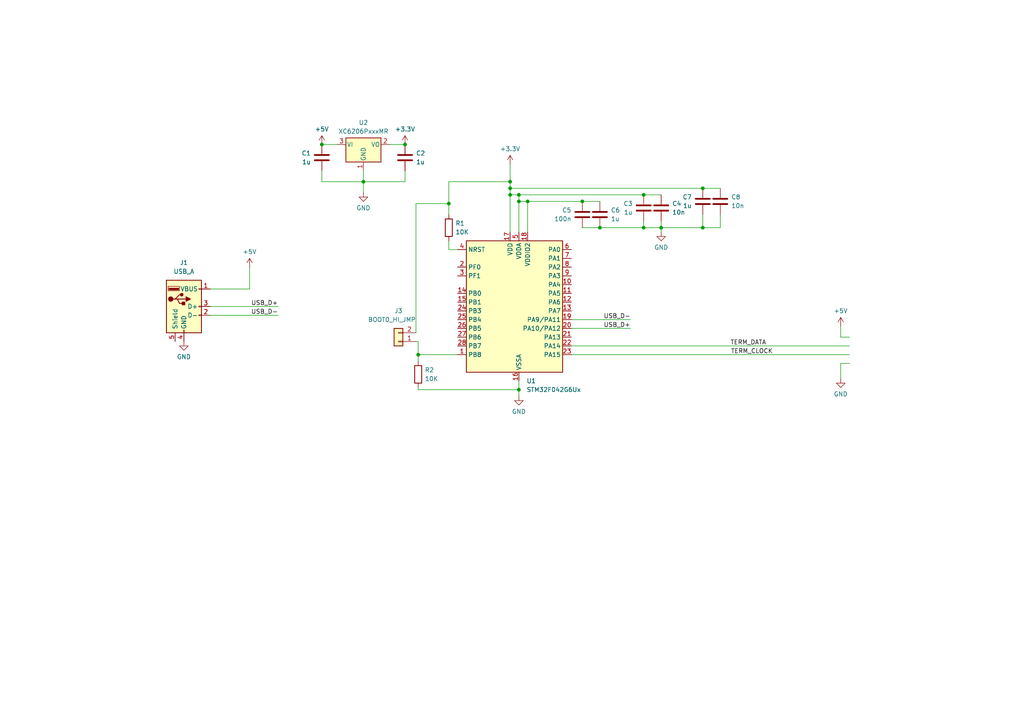
<source format=kicad_sch>
(kicad_sch (version 20230121) (generator eeschema)

  (uuid 0928db8b-cc85-487f-a894-ec4b1d418def)

  (paper "A4")

  (lib_symbols
    (symbol "Connector:USB_A" (pin_names (offset 1.016)) (in_bom yes) (on_board yes)
      (property "Reference" "J" (at -5.08 11.43 0)
        (effects (font (size 1.27 1.27)) (justify left))
      )
      (property "Value" "USB_A" (at -5.08 8.89 0)
        (effects (font (size 1.27 1.27)) (justify left))
      )
      (property "Footprint" "" (at 3.81 -1.27 0)
        (effects (font (size 1.27 1.27)) hide)
      )
      (property "Datasheet" " ~" (at 3.81 -1.27 0)
        (effects (font (size 1.27 1.27)) hide)
      )
      (property "ki_keywords" "connector USB" (at 0 0 0)
        (effects (font (size 1.27 1.27)) hide)
      )
      (property "ki_description" "USB Type A connector" (at 0 0 0)
        (effects (font (size 1.27 1.27)) hide)
      )
      (property "ki_fp_filters" "USB*" (at 0 0 0)
        (effects (font (size 1.27 1.27)) hide)
      )
      (symbol "USB_A_0_1"
        (rectangle (start -5.08 -7.62) (end 5.08 7.62)
          (stroke (width 0.254) (type default))
          (fill (type background))
        )
        (circle (center -3.81 2.159) (radius 0.635)
          (stroke (width 0.254) (type default))
          (fill (type outline))
        )
        (rectangle (start -1.524 4.826) (end -4.318 5.334)
          (stroke (width 0) (type default))
          (fill (type outline))
        )
        (rectangle (start -1.27 4.572) (end -4.572 5.842)
          (stroke (width 0) (type default))
          (fill (type none))
        )
        (circle (center -0.635 3.429) (radius 0.381)
          (stroke (width 0.254) (type default))
          (fill (type outline))
        )
        (rectangle (start -0.127 -7.62) (end 0.127 -6.858)
          (stroke (width 0) (type default))
          (fill (type none))
        )
        (polyline
          (pts
            (xy -3.175 2.159)
            (xy -2.54 2.159)
            (xy -1.27 3.429)
            (xy -0.635 3.429)
          )
          (stroke (width 0.254) (type default))
          (fill (type none))
        )
        (polyline
          (pts
            (xy -2.54 2.159)
            (xy -1.905 2.159)
            (xy -1.27 0.889)
            (xy 0 0.889)
          )
          (stroke (width 0.254) (type default))
          (fill (type none))
        )
        (polyline
          (pts
            (xy 0.635 2.794)
            (xy 0.635 1.524)
            (xy 1.905 2.159)
            (xy 0.635 2.794)
          )
          (stroke (width 0.254) (type default))
          (fill (type outline))
        )
        (rectangle (start 0.254 1.27) (end -0.508 0.508)
          (stroke (width 0.254) (type default))
          (fill (type outline))
        )
        (rectangle (start 5.08 -2.667) (end 4.318 -2.413)
          (stroke (width 0) (type default))
          (fill (type none))
        )
        (rectangle (start 5.08 -0.127) (end 4.318 0.127)
          (stroke (width 0) (type default))
          (fill (type none))
        )
        (rectangle (start 5.08 4.953) (end 4.318 5.207)
          (stroke (width 0) (type default))
          (fill (type none))
        )
      )
      (symbol "USB_A_1_1"
        (polyline
          (pts
            (xy -1.905 2.159)
            (xy 0.635 2.159)
          )
          (stroke (width 0.254) (type default))
          (fill (type none))
        )
        (pin power_in line (at 7.62 5.08 180) (length 2.54)
          (name "VBUS" (effects (font (size 1.27 1.27))))
          (number "1" (effects (font (size 1.27 1.27))))
        )
        (pin bidirectional line (at 7.62 -2.54 180) (length 2.54)
          (name "D-" (effects (font (size 1.27 1.27))))
          (number "2" (effects (font (size 1.27 1.27))))
        )
        (pin bidirectional line (at 7.62 0 180) (length 2.54)
          (name "D+" (effects (font (size 1.27 1.27))))
          (number "3" (effects (font (size 1.27 1.27))))
        )
        (pin power_in line (at 0 -10.16 90) (length 2.54)
          (name "GND" (effects (font (size 1.27 1.27))))
          (number "4" (effects (font (size 1.27 1.27))))
        )
        (pin passive line (at -2.54 -10.16 90) (length 2.54)
          (name "Shield" (effects (font (size 1.27 1.27))))
          (number "5" (effects (font (size 1.27 1.27))))
        )
      )
    )
    (symbol "Connector_Generic:Conn_01x02" (pin_names (offset 1.016) hide) (in_bom yes) (on_board yes)
      (property "Reference" "J" (at 0 2.54 0)
        (effects (font (size 1.27 1.27)))
      )
      (property "Value" "Conn_01x02" (at 0 -5.08 0)
        (effects (font (size 1.27 1.27)))
      )
      (property "Footprint" "" (at 0 0 0)
        (effects (font (size 1.27 1.27)) hide)
      )
      (property "Datasheet" "~" (at 0 0 0)
        (effects (font (size 1.27 1.27)) hide)
      )
      (property "ki_keywords" "connector" (at 0 0 0)
        (effects (font (size 1.27 1.27)) hide)
      )
      (property "ki_description" "Generic connector, single row, 01x02, script generated (kicad-library-utils/schlib/autogen/connector/)" (at 0 0 0)
        (effects (font (size 1.27 1.27)) hide)
      )
      (property "ki_fp_filters" "Connector*:*_1x??_*" (at 0 0 0)
        (effects (font (size 1.27 1.27)) hide)
      )
      (symbol "Conn_01x02_1_1"
        (rectangle (start -1.27 -2.413) (end 0 -2.667)
          (stroke (width 0.1524) (type default))
          (fill (type none))
        )
        (rectangle (start -1.27 0.127) (end 0 -0.127)
          (stroke (width 0.1524) (type default))
          (fill (type none))
        )
        (rectangle (start -1.27 1.27) (end 1.27 -3.81)
          (stroke (width 0.254) (type default))
          (fill (type background))
        )
        (pin passive line (at -5.08 0 0) (length 3.81)
          (name "Pin_1" (effects (font (size 1.27 1.27))))
          (number "1" (effects (font (size 1.27 1.27))))
        )
        (pin passive line (at -5.08 -2.54 0) (length 3.81)
          (name "Pin_2" (effects (font (size 1.27 1.27))))
          (number "2" (effects (font (size 1.27 1.27))))
        )
      )
    )
    (symbol "Device:C" (pin_numbers hide) (pin_names (offset 0.254)) (in_bom yes) (on_board yes)
      (property "Reference" "C" (at 0.635 2.54 0)
        (effects (font (size 1.27 1.27)) (justify left))
      )
      (property "Value" "C" (at 0.635 -2.54 0)
        (effects (font (size 1.27 1.27)) (justify left))
      )
      (property "Footprint" "" (at 0.9652 -3.81 0)
        (effects (font (size 1.27 1.27)) hide)
      )
      (property "Datasheet" "~" (at 0 0 0)
        (effects (font (size 1.27 1.27)) hide)
      )
      (property "ki_keywords" "cap capacitor" (at 0 0 0)
        (effects (font (size 1.27 1.27)) hide)
      )
      (property "ki_description" "Unpolarized capacitor" (at 0 0 0)
        (effects (font (size 1.27 1.27)) hide)
      )
      (property "ki_fp_filters" "C_*" (at 0 0 0)
        (effects (font (size 1.27 1.27)) hide)
      )
      (symbol "C_0_1"
        (polyline
          (pts
            (xy -2.032 -0.762)
            (xy 2.032 -0.762)
          )
          (stroke (width 0.508) (type default))
          (fill (type none))
        )
        (polyline
          (pts
            (xy -2.032 0.762)
            (xy 2.032 0.762)
          )
          (stroke (width 0.508) (type default))
          (fill (type none))
        )
      )
      (symbol "C_1_1"
        (pin passive line (at 0 3.81 270) (length 2.794)
          (name "~" (effects (font (size 1.27 1.27))))
          (number "1" (effects (font (size 1.27 1.27))))
        )
        (pin passive line (at 0 -3.81 90) (length 2.794)
          (name "~" (effects (font (size 1.27 1.27))))
          (number "2" (effects (font (size 1.27 1.27))))
        )
      )
    )
    (symbol "Device:R" (pin_numbers hide) (pin_names (offset 0)) (in_bom yes) (on_board yes)
      (property "Reference" "R" (at 2.032 0 90)
        (effects (font (size 1.27 1.27)))
      )
      (property "Value" "R" (at 0 0 90)
        (effects (font (size 1.27 1.27)))
      )
      (property "Footprint" "" (at -1.778 0 90)
        (effects (font (size 1.27 1.27)) hide)
      )
      (property "Datasheet" "~" (at 0 0 0)
        (effects (font (size 1.27 1.27)) hide)
      )
      (property "ki_keywords" "R res resistor" (at 0 0 0)
        (effects (font (size 1.27 1.27)) hide)
      )
      (property "ki_description" "Resistor" (at 0 0 0)
        (effects (font (size 1.27 1.27)) hide)
      )
      (property "ki_fp_filters" "R_*" (at 0 0 0)
        (effects (font (size 1.27 1.27)) hide)
      )
      (symbol "R_0_1"
        (rectangle (start -1.016 -2.54) (end 1.016 2.54)
          (stroke (width 0.254) (type default))
          (fill (type none))
        )
      )
      (symbol "R_1_1"
        (pin passive line (at 0 3.81 270) (length 1.27)
          (name "~" (effects (font (size 1.27 1.27))))
          (number "1" (effects (font (size 1.27 1.27))))
        )
        (pin passive line (at 0 -3.81 90) (length 1.27)
          (name "~" (effects (font (size 1.27 1.27))))
          (number "2" (effects (font (size 1.27 1.27))))
        )
      )
    )
    (symbol "MCU_ST_STM32F0:STM32F042G6Ux" (in_bom yes) (on_board yes)
      (property "Reference" "U" (at -12.7 21.59 0)
        (effects (font (size 1.27 1.27)) (justify left))
      )
      (property "Value" "STM32F042G6Ux" (at 7.62 21.59 0)
        (effects (font (size 1.27 1.27)) (justify left))
      )
      (property "Footprint" "Package_DFN_QFN:QFN-28_4x4mm_P0.5mm" (at -12.7 -17.78 0)
        (effects (font (size 1.27 1.27)) (justify right) hide)
      )
      (property "Datasheet" "https://www.st.com/resource/en/datasheet/stm32f042g6.pdf" (at 0 0 0)
        (effects (font (size 1.27 1.27)) hide)
      )
      (property "ki_locked" "" (at 0 0 0)
        (effects (font (size 1.27 1.27)))
      )
      (property "ki_keywords" "Arm Cortex-M0 STM32F0 STM32F0x2" (at 0 0 0)
        (effects (font (size 1.27 1.27)) hide)
      )
      (property "ki_description" "STMicroelectronics Arm Cortex-M0 MCU, 32KB flash, 6KB RAM, 48 MHz, 2.0-3.6V, 23 GPIO, UFQFPN28" (at 0 0 0)
        (effects (font (size 1.27 1.27)) hide)
      )
      (property "ki_fp_filters" "QFN*4x4mm*P0.5mm*" (at 0 0 0)
        (effects (font (size 1.27 1.27)) hide)
      )
      (symbol "STM32F042G6Ux_0_1"
        (rectangle (start -12.7 -17.78) (end 15.24 20.32)
          (stroke (width 0.254) (type default))
          (fill (type background))
        )
      )
      (symbol "STM32F042G6Ux_1_1"
        (pin bidirectional line (at -15.24 -12.7 0) (length 2.54)
          (name "PB8" (effects (font (size 1.27 1.27))))
          (number "1" (effects (font (size 1.27 1.27))))
          (alternate "CAN_RX" bidirectional line)
          (alternate "CEC" bidirectional line)
          (alternate "I2C1_SCL" bidirectional line)
          (alternate "TIM16_CH1" bidirectional line)
          (alternate "TSC_SYNC" bidirectional line)
        )
        (pin bidirectional line (at 17.78 7.62 180) (length 2.54)
          (name "PA4" (effects (font (size 1.27 1.27))))
          (number "10" (effects (font (size 1.27 1.27))))
          (alternate "ADC_IN4" bidirectional line)
          (alternate "I2S1_WS" bidirectional line)
          (alternate "SPI1_NSS" bidirectional line)
          (alternate "TIM14_CH1" bidirectional line)
          (alternate "TSC_G2_IO1" bidirectional line)
          (alternate "USART2_CK" bidirectional line)
          (alternate "USB_NOE" bidirectional line)
        )
        (pin bidirectional line (at 17.78 5.08 180) (length 2.54)
          (name "PA5" (effects (font (size 1.27 1.27))))
          (number "11" (effects (font (size 1.27 1.27))))
          (alternate "ADC_IN5" bidirectional line)
          (alternate "CEC" bidirectional line)
          (alternate "I2S1_CK" bidirectional line)
          (alternate "SPI1_SCK" bidirectional line)
          (alternate "TIM2_CH1" bidirectional line)
          (alternate "TIM2_ETR" bidirectional line)
          (alternate "TSC_G2_IO2" bidirectional line)
        )
        (pin bidirectional line (at 17.78 2.54 180) (length 2.54)
          (name "PA6" (effects (font (size 1.27 1.27))))
          (number "12" (effects (font (size 1.27 1.27))))
          (alternate "ADC_IN6" bidirectional line)
          (alternate "I2S1_MCK" bidirectional line)
          (alternate "SPI1_MISO" bidirectional line)
          (alternate "TIM16_CH1" bidirectional line)
          (alternate "TIM1_BKIN" bidirectional line)
          (alternate "TIM3_CH1" bidirectional line)
          (alternate "TSC_G2_IO3" bidirectional line)
        )
        (pin bidirectional line (at 17.78 0 180) (length 2.54)
          (name "PA7" (effects (font (size 1.27 1.27))))
          (number "13" (effects (font (size 1.27 1.27))))
          (alternate "ADC_IN7" bidirectional line)
          (alternate "I2S1_SD" bidirectional line)
          (alternate "SPI1_MOSI" bidirectional line)
          (alternate "TIM14_CH1" bidirectional line)
          (alternate "TIM17_CH1" bidirectional line)
          (alternate "TIM1_CH1N" bidirectional line)
          (alternate "TIM3_CH2" bidirectional line)
          (alternate "TSC_G2_IO4" bidirectional line)
        )
        (pin bidirectional line (at -15.24 5.08 0) (length 2.54)
          (name "PB0" (effects (font (size 1.27 1.27))))
          (number "14" (effects (font (size 1.27 1.27))))
          (alternate "ADC_IN8" bidirectional line)
          (alternate "TIM1_CH2N" bidirectional line)
          (alternate "TIM3_CH3" bidirectional line)
          (alternate "TSC_G3_IO2" bidirectional line)
        )
        (pin bidirectional line (at -15.24 2.54 0) (length 2.54)
          (name "PB1" (effects (font (size 1.27 1.27))))
          (number "15" (effects (font (size 1.27 1.27))))
          (alternate "ADC_IN9" bidirectional line)
          (alternate "TIM14_CH1" bidirectional line)
          (alternate "TIM1_CH3N" bidirectional line)
          (alternate "TIM3_CH4" bidirectional line)
          (alternate "TSC_G3_IO3" bidirectional line)
        )
        (pin power_in line (at 2.54 -20.32 90) (length 2.54)
          (name "VSSA" (effects (font (size 1.27 1.27))))
          (number "16" (effects (font (size 1.27 1.27))))
        )
        (pin power_in line (at 0 22.86 270) (length 2.54)
          (name "VDD" (effects (font (size 1.27 1.27))))
          (number "17" (effects (font (size 1.27 1.27))))
        )
        (pin power_in line (at 5.08 22.86 270) (length 2.54)
          (name "VDDIO2" (effects (font (size 1.27 1.27))))
          (number "18" (effects (font (size 1.27 1.27))))
        )
        (pin bidirectional line (at 17.78 -2.54 180) (length 2.54)
          (name "PA9/PA11" (effects (font (size 1.27 1.27))))
          (number "19" (effects (font (size 1.27 1.27))))
          (alternate "I2C1_SCL" bidirectional line)
          (alternate "TIM1_CH2" bidirectional line)
          (alternate "TSC_G4_IO1" bidirectional line)
          (alternate "USART1_TX" bidirectional line)
        )
        (pin bidirectional line (at -15.24 12.7 0) (length 2.54)
          (name "PF0" (effects (font (size 1.27 1.27))))
          (number "2" (effects (font (size 1.27 1.27))))
          (alternate "CRS_SYNC" bidirectional line)
          (alternate "I2C1_SDA" bidirectional line)
          (alternate "RCC_OSC_IN" bidirectional line)
        )
        (pin bidirectional line (at 17.78 -5.08 180) (length 2.54)
          (name "PA10/PA12" (effects (font (size 1.27 1.27))))
          (number "20" (effects (font (size 1.27 1.27))))
          (alternate "I2C1_SDA" bidirectional line)
          (alternate "TIM17_BKIN" bidirectional line)
          (alternate "TIM1_CH3" bidirectional line)
          (alternate "TSC_G4_IO2" bidirectional line)
          (alternate "USART1_RX" bidirectional line)
        )
        (pin bidirectional line (at 17.78 -7.62 180) (length 2.54)
          (name "PA13" (effects (font (size 1.27 1.27))))
          (number "21" (effects (font (size 1.27 1.27))))
          (alternate "IR_OUT" bidirectional line)
          (alternate "SYS_SWDIO" bidirectional line)
          (alternate "USB_NOE" bidirectional line)
        )
        (pin bidirectional line (at 17.78 -10.16 180) (length 2.54)
          (name "PA14" (effects (font (size 1.27 1.27))))
          (number "22" (effects (font (size 1.27 1.27))))
          (alternate "SYS_SWCLK" bidirectional line)
          (alternate "USART2_TX" bidirectional line)
        )
        (pin bidirectional line (at 17.78 -12.7 180) (length 2.54)
          (name "PA15" (effects (font (size 1.27 1.27))))
          (number "23" (effects (font (size 1.27 1.27))))
          (alternate "I2S1_WS" bidirectional line)
          (alternate "SPI1_NSS" bidirectional line)
          (alternate "TIM2_CH1" bidirectional line)
          (alternate "TIM2_ETR" bidirectional line)
          (alternate "USART2_RX" bidirectional line)
          (alternate "USB_NOE" bidirectional line)
        )
        (pin bidirectional line (at -15.24 0 0) (length 2.54)
          (name "PB3" (effects (font (size 1.27 1.27))))
          (number "24" (effects (font (size 1.27 1.27))))
          (alternate "I2S1_CK" bidirectional line)
          (alternate "SPI1_SCK" bidirectional line)
          (alternate "TIM2_CH2" bidirectional line)
          (alternate "TSC_G5_IO1" bidirectional line)
        )
        (pin bidirectional line (at -15.24 -2.54 0) (length 2.54)
          (name "PB4" (effects (font (size 1.27 1.27))))
          (number "25" (effects (font (size 1.27 1.27))))
          (alternate "I2S1_MCK" bidirectional line)
          (alternate "SPI1_MISO" bidirectional line)
          (alternate "TIM17_BKIN" bidirectional line)
          (alternate "TIM3_CH1" bidirectional line)
          (alternate "TSC_G5_IO2" bidirectional line)
        )
        (pin bidirectional line (at -15.24 -5.08 0) (length 2.54)
          (name "PB5" (effects (font (size 1.27 1.27))))
          (number "26" (effects (font (size 1.27 1.27))))
          (alternate "I2C1_SMBA" bidirectional line)
          (alternate "I2S1_SD" bidirectional line)
          (alternate "SPI1_MOSI" bidirectional line)
          (alternate "SYS_WKUP6" bidirectional line)
          (alternate "TIM16_BKIN" bidirectional line)
          (alternate "TIM3_CH2" bidirectional line)
        )
        (pin bidirectional line (at -15.24 -7.62 0) (length 2.54)
          (name "PB6" (effects (font (size 1.27 1.27))))
          (number "27" (effects (font (size 1.27 1.27))))
          (alternate "I2C1_SCL" bidirectional line)
          (alternate "TIM16_CH1N" bidirectional line)
          (alternate "TSC_G5_IO3" bidirectional line)
          (alternate "USART1_TX" bidirectional line)
        )
        (pin bidirectional line (at -15.24 -10.16 0) (length 2.54)
          (name "PB7" (effects (font (size 1.27 1.27))))
          (number "28" (effects (font (size 1.27 1.27))))
          (alternate "I2C1_SDA" bidirectional line)
          (alternate "TIM17_CH1N" bidirectional line)
          (alternate "TSC_G5_IO4" bidirectional line)
          (alternate "USART1_RX" bidirectional line)
        )
        (pin bidirectional line (at -15.24 10.16 0) (length 2.54)
          (name "PF1" (effects (font (size 1.27 1.27))))
          (number "3" (effects (font (size 1.27 1.27))))
          (alternate "I2C1_SCL" bidirectional line)
          (alternate "RCC_OSC_OUT" bidirectional line)
        )
        (pin input line (at -15.24 17.78 0) (length 2.54)
          (name "NRST" (effects (font (size 1.27 1.27))))
          (number "4" (effects (font (size 1.27 1.27))))
        )
        (pin power_in line (at 2.54 22.86 270) (length 2.54)
          (name "VDDA" (effects (font (size 1.27 1.27))))
          (number "5" (effects (font (size 1.27 1.27))))
        )
        (pin bidirectional line (at 17.78 17.78 180) (length 2.54)
          (name "PA0" (effects (font (size 1.27 1.27))))
          (number "6" (effects (font (size 1.27 1.27))))
          (alternate "ADC_IN0" bidirectional line)
          (alternate "RTC_TAMP2" bidirectional line)
          (alternate "SYS_WKUP1" bidirectional line)
          (alternate "TIM2_CH1" bidirectional line)
          (alternate "TIM2_ETR" bidirectional line)
          (alternate "TSC_G1_IO1" bidirectional line)
          (alternate "USART2_CTS" bidirectional line)
        )
        (pin bidirectional line (at 17.78 15.24 180) (length 2.54)
          (name "PA1" (effects (font (size 1.27 1.27))))
          (number "7" (effects (font (size 1.27 1.27))))
          (alternate "ADC_IN1" bidirectional line)
          (alternate "TIM2_CH2" bidirectional line)
          (alternate "TSC_G1_IO2" bidirectional line)
          (alternate "USART2_DE" bidirectional line)
          (alternate "USART2_RTS" bidirectional line)
        )
        (pin bidirectional line (at 17.78 12.7 180) (length 2.54)
          (name "PA2" (effects (font (size 1.27 1.27))))
          (number "8" (effects (font (size 1.27 1.27))))
          (alternate "ADC_IN2" bidirectional line)
          (alternate "SYS_WKUP4" bidirectional line)
          (alternate "TIM2_CH3" bidirectional line)
          (alternate "TSC_G1_IO3" bidirectional line)
          (alternate "USART2_TX" bidirectional line)
        )
        (pin bidirectional line (at 17.78 10.16 180) (length 2.54)
          (name "PA3" (effects (font (size 1.27 1.27))))
          (number "9" (effects (font (size 1.27 1.27))))
          (alternate "ADC_IN3" bidirectional line)
          (alternate "TIM2_CH4" bidirectional line)
          (alternate "TSC_G1_IO4" bidirectional line)
          (alternate "USART2_RX" bidirectional line)
        )
      )
    )
    (symbol "Regulator_Linear:XC6206PxxxMR" (pin_names (offset 0.254)) (in_bom yes) (on_board yes)
      (property "Reference" "U" (at -3.81 3.175 0)
        (effects (font (size 1.27 1.27)))
      )
      (property "Value" "XC6206PxxxMR" (at 0 3.175 0)
        (effects (font (size 1.27 1.27)) (justify left))
      )
      (property "Footprint" "Package_TO_SOT_SMD:SOT-23-3" (at 0 5.715 0)
        (effects (font (size 1.27 1.27) italic) hide)
      )
      (property "Datasheet" "https://www.torexsemi.com/file/xc6206/XC6206.pdf" (at 0 0 0)
        (effects (font (size 1.27 1.27)) hide)
      )
      (property "ki_keywords" "Torex LDO Voltage Regulator Fixed Positive" (at 0 0 0)
        (effects (font (size 1.27 1.27)) hide)
      )
      (property "ki_description" "Positive 60-250mA Low Dropout Regulator, Fixed Output, SOT-23" (at 0 0 0)
        (effects (font (size 1.27 1.27)) hide)
      )
      (property "ki_fp_filters" "SOT?23?3*" (at 0 0 0)
        (effects (font (size 1.27 1.27)) hide)
      )
      (symbol "XC6206PxxxMR_0_1"
        (rectangle (start -5.08 1.905) (end 5.08 -5.08)
          (stroke (width 0.254) (type default))
          (fill (type background))
        )
      )
      (symbol "XC6206PxxxMR_1_1"
        (pin power_in line (at 0 -7.62 90) (length 2.54)
          (name "GND" (effects (font (size 1.27 1.27))))
          (number "1" (effects (font (size 1.27 1.27))))
        )
        (pin power_out line (at 7.62 0 180) (length 2.54)
          (name "VO" (effects (font (size 1.27 1.27))))
          (number "2" (effects (font (size 1.27 1.27))))
        )
        (pin power_in line (at -7.62 0 0) (length 2.54)
          (name "VI" (effects (font (size 1.27 1.27))))
          (number "3" (effects (font (size 1.27 1.27))))
        )
      )
    )
    (symbol "power:+3.3V" (power) (pin_names (offset 0)) (in_bom yes) (on_board yes)
      (property "Reference" "#PWR" (at 0 -3.81 0)
        (effects (font (size 1.27 1.27)) hide)
      )
      (property "Value" "+3.3V" (at 0 3.556 0)
        (effects (font (size 1.27 1.27)))
      )
      (property "Footprint" "" (at 0 0 0)
        (effects (font (size 1.27 1.27)) hide)
      )
      (property "Datasheet" "" (at 0 0 0)
        (effects (font (size 1.27 1.27)) hide)
      )
      (property "ki_keywords" "global power" (at 0 0 0)
        (effects (font (size 1.27 1.27)) hide)
      )
      (property "ki_description" "Power symbol creates a global label with name \"+3.3V\"" (at 0 0 0)
        (effects (font (size 1.27 1.27)) hide)
      )
      (symbol "+3.3V_0_1"
        (polyline
          (pts
            (xy -0.762 1.27)
            (xy 0 2.54)
          )
          (stroke (width 0) (type default))
          (fill (type none))
        )
        (polyline
          (pts
            (xy 0 0)
            (xy 0 2.54)
          )
          (stroke (width 0) (type default))
          (fill (type none))
        )
        (polyline
          (pts
            (xy 0 2.54)
            (xy 0.762 1.27)
          )
          (stroke (width 0) (type default))
          (fill (type none))
        )
      )
      (symbol "+3.3V_1_1"
        (pin power_in line (at 0 0 90) (length 0) hide
          (name "+3.3V" (effects (font (size 1.27 1.27))))
          (number "1" (effects (font (size 1.27 1.27))))
        )
      )
    )
    (symbol "power:+5V" (power) (pin_names (offset 0)) (in_bom yes) (on_board yes)
      (property "Reference" "#PWR" (at 0 -3.81 0)
        (effects (font (size 1.27 1.27)) hide)
      )
      (property "Value" "+5V" (at 0 3.556 0)
        (effects (font (size 1.27 1.27)))
      )
      (property "Footprint" "" (at 0 0 0)
        (effects (font (size 1.27 1.27)) hide)
      )
      (property "Datasheet" "" (at 0 0 0)
        (effects (font (size 1.27 1.27)) hide)
      )
      (property "ki_keywords" "global power" (at 0 0 0)
        (effects (font (size 1.27 1.27)) hide)
      )
      (property "ki_description" "Power symbol creates a global label with name \"+5V\"" (at 0 0 0)
        (effects (font (size 1.27 1.27)) hide)
      )
      (symbol "+5V_0_1"
        (polyline
          (pts
            (xy -0.762 1.27)
            (xy 0 2.54)
          )
          (stroke (width 0) (type default))
          (fill (type none))
        )
        (polyline
          (pts
            (xy 0 0)
            (xy 0 2.54)
          )
          (stroke (width 0) (type default))
          (fill (type none))
        )
        (polyline
          (pts
            (xy 0 2.54)
            (xy 0.762 1.27)
          )
          (stroke (width 0) (type default))
          (fill (type none))
        )
      )
      (symbol "+5V_1_1"
        (pin power_in line (at 0 0 90) (length 0) hide
          (name "+5V" (effects (font (size 1.27 1.27))))
          (number "1" (effects (font (size 1.27 1.27))))
        )
      )
    )
    (symbol "power:GND" (power) (pin_names (offset 0)) (in_bom yes) (on_board yes)
      (property "Reference" "#PWR" (at 0 -6.35 0)
        (effects (font (size 1.27 1.27)) hide)
      )
      (property "Value" "GND" (at 0 -3.81 0)
        (effects (font (size 1.27 1.27)))
      )
      (property "Footprint" "" (at 0 0 0)
        (effects (font (size 1.27 1.27)) hide)
      )
      (property "Datasheet" "" (at 0 0 0)
        (effects (font (size 1.27 1.27)) hide)
      )
      (property "ki_keywords" "global power" (at 0 0 0)
        (effects (font (size 1.27 1.27)) hide)
      )
      (property "ki_description" "Power symbol creates a global label with name \"GND\" , ground" (at 0 0 0)
        (effects (font (size 1.27 1.27)) hide)
      )
      (symbol "GND_0_1"
        (polyline
          (pts
            (xy 0 0)
            (xy 0 -1.27)
            (xy 1.27 -1.27)
            (xy 0 -2.54)
            (xy -1.27 -1.27)
            (xy 0 -1.27)
          )
          (stroke (width 0) (type default))
          (fill (type none))
        )
      )
      (symbol "GND_1_1"
        (pin power_in line (at 0 0 270) (length 0) hide
          (name "GND" (effects (font (size 1.27 1.27))))
          (number "1" (effects (font (size 1.27 1.27))))
        )
      )
    )
  )

  (junction (at 117.475 41.91) (diameter 0) (color 0 0 0 0)
    (uuid 05c7144e-12dc-4810-aaa7-8b6d308a555e)
  )
  (junction (at 150.495 58.42) (diameter 0) (color 0 0 0 0)
    (uuid 1003a931-c367-4bd8-87a5-a3cfce6be3c1)
  )
  (junction (at 168.91 58.42) (diameter 0) (color 0 0 0 0)
    (uuid 280e8d67-1d9e-4f6e-a22e-d0456ade518a)
  )
  (junction (at 173.99 66.04) (diameter 0) (color 0 0 0 0)
    (uuid 303fb82c-f0ba-41ca-ba00-69771df0a115)
  )
  (junction (at 105.41 52.705) (diameter 0) (color 0 0 0 0)
    (uuid 3f9ffa19-5895-41d9-ae9d-df8b956a846c)
  )
  (junction (at 191.77 66.04) (diameter 0) (color 0 0 0 0)
    (uuid 6ae2a2b7-00d2-4d16-b17b-0d3dcfc01b19)
  )
  (junction (at 147.955 56.515) (diameter 0) (color 0 0 0 0)
    (uuid 8e21c2fa-d18c-408a-b680-d4cbc9ad88cb)
  )
  (junction (at 121.285 102.87) (diameter 0) (color 0 0 0 0)
    (uuid 93a9d042-ba5c-41aa-bce0-c08f531429a9)
  )
  (junction (at 130.175 59.055) (diameter 0) (color 0 0 0 0)
    (uuid a113486d-6445-445a-b6a3-6c9a0a369d63)
  )
  (junction (at 150.495 113.03) (diameter 0) (color 0 0 0 0)
    (uuid a2f6d88f-fb80-4b08-8862-23996ca7f9f4)
  )
  (junction (at 153.035 58.42) (diameter 0) (color 0 0 0 0)
    (uuid bbc84bdd-ac3d-464f-bcf4-5ee63fb755e9)
  )
  (junction (at 150.495 56.515) (diameter 0) (color 0 0 0 0)
    (uuid bea4657b-b3af-4f3e-bf78-7a678822dd45)
  )
  (junction (at 186.69 56.515) (diameter 0) (color 0 0 0 0)
    (uuid c9a3d869-5646-4fba-8f25-70156f9a2db0)
  )
  (junction (at 203.835 66.04) (diameter 0) (color 0 0 0 0)
    (uuid d3bcd5cd-c190-4afb-a479-017175b2645b)
  )
  (junction (at 203.835 54.61) (diameter 0) (color 0 0 0 0)
    (uuid d67a8db5-6320-498b-9979-f3bbdcff295f)
  )
  (junction (at 147.955 54.61) (diameter 0) (color 0 0 0 0)
    (uuid dea5e3da-9012-4cbe-a2f0-b545b62a9ed0)
  )
  (junction (at 147.955 52.705) (diameter 0) (color 0 0 0 0)
    (uuid e2438749-6647-4610-a606-2d70d798946a)
  )
  (junction (at 93.345 41.91) (diameter 0) (color 0 0 0 0)
    (uuid e278a71e-eb0f-4e15-b2c2-ac1148637243)
  )
  (junction (at 186.69 66.04) (diameter 0) (color 0 0 0 0)
    (uuid f17819e9-d71c-4591-a224-9a27f3de111c)
  )

  (wire (pts (xy 121.285 112.395) (xy 121.285 113.03))
    (stroke (width 0) (type default))
    (uuid 05cb0d9a-f151-45fe-9dc8-b8e575e08e59)
  )
  (wire (pts (xy 60.96 88.9) (xy 80.645 88.9))
    (stroke (width 0) (type default))
    (uuid 077a785f-264c-4479-aeef-6c7dc4b74034)
  )
  (wire (pts (xy 113.03 41.91) (xy 117.475 41.91))
    (stroke (width 0) (type default))
    (uuid 0beba796-0057-4f92-8ba6-a0d585d20efc)
  )
  (wire (pts (xy 150.495 110.49) (xy 150.495 113.03))
    (stroke (width 0) (type default))
    (uuid 0d1245a6-f9bb-434b-8991-c7876fcab781)
  )
  (wire (pts (xy 165.735 100.33) (xy 246.38 100.33))
    (stroke (width 0) (type default))
    (uuid 156f6cc0-c7aa-4dda-9d6d-99f6dbc6d3a2)
  )
  (wire (pts (xy 147.955 56.515) (xy 150.495 56.515))
    (stroke (width 0) (type default))
    (uuid 15adac2f-e545-4c63-81b3-e1880a473f71)
  )
  (wire (pts (xy 147.955 54.61) (xy 147.955 56.515))
    (stroke (width 0) (type default))
    (uuid 15b39fbf-a90b-471f-aa46-f77870cecc1e)
  )
  (wire (pts (xy 72.39 83.82) (xy 60.96 83.82))
    (stroke (width 0) (type default))
    (uuid 23cd6761-df7a-4863-98d6-5c5376ed463f)
  )
  (wire (pts (xy 243.84 97.79) (xy 246.38 97.79))
    (stroke (width 0) (type default))
    (uuid 260ceba7-cdb9-4b9b-b5e2-0484216187a2)
  )
  (wire (pts (xy 60.96 91.44) (xy 80.645 91.44))
    (stroke (width 0) (type default))
    (uuid 28c3b771-2122-4742-89e7-b74463d43905)
  )
  (wire (pts (xy 168.91 66.04) (xy 173.99 66.04))
    (stroke (width 0) (type default))
    (uuid 2e33b821-fb12-41c2-8655-c3dbe6bac285)
  )
  (wire (pts (xy 130.175 59.055) (xy 130.175 62.23))
    (stroke (width 0) (type default))
    (uuid 2e6d4335-a75c-413f-9071-9be46b78fde6)
  )
  (wire (pts (xy 105.41 52.705) (xy 117.475 52.705))
    (stroke (width 0) (type default))
    (uuid 4240c242-a610-4c76-a534-fd610c5b2dd2)
  )
  (wire (pts (xy 150.495 113.03) (xy 150.495 114.935))
    (stroke (width 0) (type default))
    (uuid 46ea0a58-bceb-4633-8fda-58734e686892)
  )
  (wire (pts (xy 147.955 56.515) (xy 147.955 67.31))
    (stroke (width 0) (type default))
    (uuid 476fc5b8-dc2e-4d71-83e0-14f3c082755f)
  )
  (wire (pts (xy 153.035 58.42) (xy 153.035 67.31))
    (stroke (width 0) (type default))
    (uuid 49adf046-31eb-44f9-acae-c604b525f4ce)
  )
  (wire (pts (xy 121.285 113.03) (xy 150.495 113.03))
    (stroke (width 0) (type default))
    (uuid 4a3831be-a4d7-4bb0-b8f2-5730475d4dd3)
  )
  (wire (pts (xy 186.69 64.135) (xy 186.69 66.04))
    (stroke (width 0) (type default))
    (uuid 4f0b891c-9fc9-4247-be92-31060a75fbf4)
  )
  (wire (pts (xy 165.735 102.87) (xy 246.38 102.87))
    (stroke (width 0) (type default))
    (uuid 5345fcfa-fed0-4501-80eb-89499ddbc7df)
  )
  (wire (pts (xy 165.735 95.25) (xy 182.88 95.25))
    (stroke (width 0) (type default))
    (uuid 58c97126-cb44-48ec-8df9-ce0a281b6cd3)
  )
  (wire (pts (xy 93.345 52.705) (xy 105.41 52.705))
    (stroke (width 0) (type default))
    (uuid 61377eb2-f65e-483d-8a3e-a1b28715493a)
  )
  (wire (pts (xy 121.285 102.87) (xy 132.715 102.87))
    (stroke (width 0) (type default))
    (uuid 68acf0cf-f081-472f-8ff2-bc9cedf38057)
  )
  (wire (pts (xy 105.41 52.705) (xy 105.41 55.88))
    (stroke (width 0) (type default))
    (uuid 6debcfe0-bafc-440c-b775-8098c788721e)
  )
  (wire (pts (xy 191.77 64.135) (xy 191.77 66.04))
    (stroke (width 0) (type default))
    (uuid 70ecf7b3-e125-4177-9386-5c614e539c15)
  )
  (wire (pts (xy 173.99 66.04) (xy 186.69 66.04))
    (stroke (width 0) (type default))
    (uuid 710a2241-7e5d-482b-b306-c0f90e14d0c4)
  )
  (wire (pts (xy 120.65 59.055) (xy 130.175 59.055))
    (stroke (width 0) (type default))
    (uuid 7470c514-7639-45aa-897b-f6e5d1c54ad3)
  )
  (wire (pts (xy 120.65 99.06) (xy 121.285 99.06))
    (stroke (width 0) (type default))
    (uuid 76d8c764-0b13-4e2b-9a63-c08b09d0ba54)
  )
  (wire (pts (xy 208.915 66.04) (xy 203.835 66.04))
    (stroke (width 0) (type default))
    (uuid 79b81fa1-54fe-4ca6-95c1-cbd56d652341)
  )
  (wire (pts (xy 120.65 96.52) (xy 120.65 59.055))
    (stroke (width 0) (type default))
    (uuid 81e1df51-0924-4145-a049-8eb41b06486c)
  )
  (wire (pts (xy 243.84 94.615) (xy 243.84 97.79))
    (stroke (width 0) (type default))
    (uuid 91af2514-da7d-4f1b-a0ba-d8a9fdc721e1)
  )
  (wire (pts (xy 243.84 105.41) (xy 246.38 105.41))
    (stroke (width 0) (type default))
    (uuid 92e83cd3-4208-44fe-8010-8b6088a41d21)
  )
  (wire (pts (xy 186.69 56.515) (xy 191.77 56.515))
    (stroke (width 0) (type default))
    (uuid 92fc17a4-35c5-4ffc-8e3e-a7b61534775f)
  )
  (wire (pts (xy 203.835 54.61) (xy 208.915 54.61))
    (stroke (width 0) (type default))
    (uuid 92ff9cbd-b86f-47d1-b325-db88ec1c2908)
  )
  (wire (pts (xy 93.345 41.91) (xy 97.79 41.91))
    (stroke (width 0) (type default))
    (uuid 95064a77-8cdd-4d05-85b2-437572b09f11)
  )
  (wire (pts (xy 165.735 92.71) (xy 182.88 92.71))
    (stroke (width 0) (type default))
    (uuid 9743b972-395f-48dd-8816-39222e5e330e)
  )
  (wire (pts (xy 150.495 58.42) (xy 153.035 58.42))
    (stroke (width 0) (type default))
    (uuid 996b7c3a-0b30-4b5e-a9d9-36a835df8960)
  )
  (wire (pts (xy 203.835 66.04) (xy 191.77 66.04))
    (stroke (width 0) (type default))
    (uuid 9def9306-1e81-49ca-b44b-bac3e6fd8bb4)
  )
  (wire (pts (xy 186.69 66.04) (xy 191.77 66.04))
    (stroke (width 0) (type default))
    (uuid 9fca0f23-8284-4774-9875-1935e8cd29b0)
  )
  (wire (pts (xy 117.475 52.705) (xy 117.475 49.53))
    (stroke (width 0) (type default))
    (uuid a78a4196-f180-409c-bc9f-1dcff8188515)
  )
  (wire (pts (xy 150.495 56.515) (xy 186.69 56.515))
    (stroke (width 0) (type default))
    (uuid aa56dc9c-78a7-4fbe-9cf2-051e7691ca37)
  )
  (wire (pts (xy 168.91 58.42) (xy 173.99 58.42))
    (stroke (width 0) (type default))
    (uuid abbf717b-55e0-4659-807f-e53996d669f4)
  )
  (wire (pts (xy 72.39 77.47) (xy 72.39 83.82))
    (stroke (width 0) (type default))
    (uuid aee7a8ad-c440-4563-a9bd-fadfd143df1c)
  )
  (wire (pts (xy 121.285 104.775) (xy 121.285 102.87))
    (stroke (width 0) (type default))
    (uuid b1ab2d0d-3eac-4eeb-b255-756bd35cd30a)
  )
  (wire (pts (xy 150.495 56.515) (xy 150.495 58.42))
    (stroke (width 0) (type default))
    (uuid c3548eb7-d859-41c1-b2fa-dd5c6c867c6a)
  )
  (wire (pts (xy 147.955 54.61) (xy 203.835 54.61))
    (stroke (width 0) (type default))
    (uuid c4951076-ede5-403a-9adf-b2367df3d52b)
  )
  (wire (pts (xy 147.955 52.705) (xy 130.175 52.705))
    (stroke (width 0) (type default))
    (uuid c79391b2-cd73-4df4-b0d3-f942aa9a9505)
  )
  (wire (pts (xy 130.175 69.85) (xy 130.175 72.39))
    (stroke (width 0) (type default))
    (uuid ca360a59-7aa2-44b5-88b0-2990dc26a41b)
  )
  (wire (pts (xy 130.175 72.39) (xy 132.715 72.39))
    (stroke (width 0) (type default))
    (uuid ca94f504-18e9-4ecb-9296-b8e7f973ef58)
  )
  (wire (pts (xy 150.495 58.42) (xy 150.495 67.31))
    (stroke (width 0) (type default))
    (uuid cc081f97-8b36-44ee-a77c-848aca83d1c9)
  )
  (wire (pts (xy 203.835 62.23) (xy 203.835 66.04))
    (stroke (width 0) (type default))
    (uuid cf96bf7c-a7f9-4820-8b18-d2f8dcc8f51a)
  )
  (wire (pts (xy 130.175 52.705) (xy 130.175 59.055))
    (stroke (width 0) (type default))
    (uuid da59d5ec-e5be-4000-b111-d7739510f231)
  )
  (wire (pts (xy 93.345 49.53) (xy 93.345 52.705))
    (stroke (width 0) (type default))
    (uuid dbcad9dc-6901-4561-bf3a-6fc1f73d8ad4)
  )
  (wire (pts (xy 191.77 66.04) (xy 191.77 67.31))
    (stroke (width 0) (type default))
    (uuid ddb4abad-bccb-47e0-9340-290119773c81)
  )
  (wire (pts (xy 168.91 58.42) (xy 153.035 58.42))
    (stroke (width 0) (type default))
    (uuid e0354795-f837-4444-bc6c-cfe41b637fe3)
  )
  (wire (pts (xy 147.955 47.625) (xy 147.955 52.705))
    (stroke (width 0) (type default))
    (uuid e63e97db-a2e1-4a1e-a3a7-e3b2d2c60eae)
  )
  (wire (pts (xy 243.84 109.855) (xy 243.84 105.41))
    (stroke (width 0) (type default))
    (uuid f103af98-cbdf-4d17-acce-03e924423492)
  )
  (wire (pts (xy 121.285 99.06) (xy 121.285 102.87))
    (stroke (width 0) (type default))
    (uuid f736a543-1b34-4bff-b0e7-a48a69ec3b52)
  )
  (wire (pts (xy 208.915 62.23) (xy 208.915 66.04))
    (stroke (width 0) (type default))
    (uuid fa8970a1-10eb-422e-9bde-99ae149780c9)
  )
  (wire (pts (xy 147.955 52.705) (xy 147.955 54.61))
    (stroke (width 0) (type default))
    (uuid fac8f05c-dd7c-4418-b325-eaf9bc70d88f)
  )
  (wire (pts (xy 105.41 49.53) (xy 105.41 52.705))
    (stroke (width 0) (type default))
    (uuid fe33abfc-37b1-45f5-9815-abda8555761f)
  )

  (label "USB_D+" (at 182.88 95.25 180) (fields_autoplaced)
    (effects (font (size 1.27 1.27)) (justify right bottom))
    (uuid 456633bd-2921-49fb-872f-207e5785fb13)
  )
  (label "USB_D-" (at 80.645 91.44 180) (fields_autoplaced)
    (effects (font (size 1.27 1.27)) (justify right bottom))
    (uuid 6c820c56-aec7-440c-b1ba-5c065596f84b)
  )
  (label "USB_D-" (at 182.88 92.71 180) (fields_autoplaced)
    (effects (font (size 1.27 1.27)) (justify right bottom))
    (uuid 8de5cea6-6587-4172-92c6-1f0894ca551a)
  )
  (label "TERM_CLOCK" (at 224.155 102.87 180) (fields_autoplaced)
    (effects (font (size 1.27 1.27)) (justify right bottom))
    (uuid a080b154-8af5-4784-9378-8a7e2834b64f)
  )
  (label "USB_D+" (at 80.645 88.9 180) (fields_autoplaced)
    (effects (font (size 1.27 1.27)) (justify right bottom))
    (uuid bffd3ae1-6096-44f0-9da8-4add26784497)
  )
  (label "TERM_DATA" (at 222.25 100.33 180) (fields_autoplaced)
    (effects (font (size 1.27 1.27)) (justify right bottom))
    (uuid fa406491-b3e1-488b-93fa-022c71e2c736)
  )

  (symbol (lib_id "Device:C") (at 186.69 60.325 0) (unit 1)
    (in_bom yes) (on_board yes) (dnp no)
    (uuid 052925de-fdca-4cc3-a79d-6fecf1c4beb5)
    (property "Reference" "C3" (at 183.515 59.055 0)
      (effects (font (size 1.27 1.27)) (justify right))
    )
    (property "Value" "1u" (at 183.515 61.595 0)
      (effects (font (size 1.27 1.27)) (justify right))
    )
    (property "Footprint" "Capacitor_SMD:C_0402_1005Metric" (at 187.6552 64.135 0)
      (effects (font (size 1.27 1.27)) hide)
    )
    (property "Datasheet" "~" (at 186.69 60.325 0)
      (effects (font (size 1.27 1.27)) hide)
    )
    (property "LCSC" "C52923" (at 186.69 60.325 0)
      (effects (font (size 1.27 1.27)) hide)
    )
    (pin "1" (uuid 22c99727-9657-49d3-bb8a-7bf64a135b6a))
    (pin "2" (uuid 964ad681-55c4-4f5d-9e3b-56698d11e591))
    (instances
      (project "QMK_controller_test"
        (path "/0928db8b-cc85-487f-a894-ec4b1d418def"
          (reference "C3") (unit 1)
        )
      )
    )
  )

  (symbol (lib_id "Device:R") (at 121.285 108.585 0) (unit 1)
    (in_bom yes) (on_board yes) (dnp no) (fields_autoplaced)
    (uuid 1087c221-0348-4aeb-b3ef-df77d673d6e7)
    (property "Reference" "R2" (at 123.19 107.315 0)
      (effects (font (size 1.27 1.27)) (justify left))
    )
    (property "Value" "10K" (at 123.19 109.855 0)
      (effects (font (size 1.27 1.27)) (justify left))
    )
    (property "Footprint" "Resistor_SMD:R_0402_1005Metric" (at 119.507 108.585 90)
      (effects (font (size 1.27 1.27)) hide)
    )
    (property "Datasheet" "~" (at 121.285 108.585 0)
      (effects (font (size 1.27 1.27)) hide)
    )
    (property "LCSC" "C25744" (at 121.285 108.585 0)
      (effects (font (size 1.27 1.27)) hide)
    )
    (pin "1" (uuid f6731363-78ae-466b-bc60-018f65e1a2c1))
    (pin "2" (uuid 63f98f33-87f5-4858-ab6a-910c6fab7859))
    (instances
      (project "QMK_controller_test"
        (path "/0928db8b-cc85-487f-a894-ec4b1d418def"
          (reference "R2") (unit 1)
        )
      )
    )
  )

  (symbol (lib_id "Device:R") (at 130.175 66.04 0) (unit 1)
    (in_bom yes) (on_board yes) (dnp no) (fields_autoplaced)
    (uuid 1bbb6b8a-21e6-41fa-b7ca-6692857db493)
    (property "Reference" "R1" (at 132.08 64.77 0)
      (effects (font (size 1.27 1.27)) (justify left))
    )
    (property "Value" "10K" (at 132.08 67.31 0)
      (effects (font (size 1.27 1.27)) (justify left))
    )
    (property "Footprint" "Resistor_SMD:R_0402_1005Metric" (at 128.397 66.04 90)
      (effects (font (size 1.27 1.27)) hide)
    )
    (property "Datasheet" "~" (at 130.175 66.04 0)
      (effects (font (size 1.27 1.27)) hide)
    )
    (property "LCSC" "C25744" (at 130.175 66.04 0)
      (effects (font (size 1.27 1.27)) hide)
    )
    (pin "1" (uuid a00fe6ab-bee1-49cf-8104-650b04b1d6a5))
    (pin "2" (uuid 688215d5-7d6e-461e-b8f6-e26471ec69c7))
    (instances
      (project "QMK_controller_test"
        (path "/0928db8b-cc85-487f-a894-ec4b1d418def"
          (reference "R1") (unit 1)
        )
      )
    )
  )

  (symbol (lib_id "power:GND") (at 191.77 67.31 0) (unit 1)
    (in_bom yes) (on_board yes) (dnp no) (fields_autoplaced)
    (uuid 22ca2486-76d8-4b90-af55-c4a388c00516)
    (property "Reference" "#PWR09" (at 191.77 73.66 0)
      (effects (font (size 1.27 1.27)) hide)
    )
    (property "Value" "GND" (at 191.77 71.755 0)
      (effects (font (size 1.27 1.27)))
    )
    (property "Footprint" "" (at 191.77 67.31 0)
      (effects (font (size 1.27 1.27)) hide)
    )
    (property "Datasheet" "" (at 191.77 67.31 0)
      (effects (font (size 1.27 1.27)) hide)
    )
    (pin "1" (uuid 8aefa966-8eaf-4964-a694-c77fe6653127))
    (instances
      (project "QMK_controller_test"
        (path "/0928db8b-cc85-487f-a894-ec4b1d418def"
          (reference "#PWR09") (unit 1)
        )
      )
    )
  )

  (symbol (lib_id "power:GND") (at 243.84 109.855 0) (unit 1)
    (in_bom yes) (on_board yes) (dnp no) (fields_autoplaced)
    (uuid 25dadfb9-d0ed-4b88-b975-7f5edcddc8b1)
    (property "Reference" "#PWR03" (at 243.84 116.205 0)
      (effects (font (size 1.27 1.27)) hide)
    )
    (property "Value" "GND" (at 243.84 114.3 0)
      (effects (font (size 1.27 1.27)))
    )
    (property "Footprint" "" (at 243.84 109.855 0)
      (effects (font (size 1.27 1.27)) hide)
    )
    (property "Datasheet" "" (at 243.84 109.855 0)
      (effects (font (size 1.27 1.27)) hide)
    )
    (pin "1" (uuid df923053-d35c-4245-a506-e7cab4501287))
    (instances
      (project "QMK_controller_test"
        (path "/0928db8b-cc85-487f-a894-ec4b1d418def"
          (reference "#PWR03") (unit 1)
        )
      )
    )
  )

  (symbol (lib_id "power:+5V") (at 243.84 94.615 0) (unit 1)
    (in_bom yes) (on_board yes) (dnp no) (fields_autoplaced)
    (uuid 2676bc3a-3f4c-4f38-b964-1e0bc1e5a1a6)
    (property "Reference" "#PWR02" (at 243.84 98.425 0)
      (effects (font (size 1.27 1.27)) hide)
    )
    (property "Value" "+5V" (at 243.84 90.17 0)
      (effects (font (size 1.27 1.27)))
    )
    (property "Footprint" "" (at 243.84 94.615 0)
      (effects (font (size 1.27 1.27)) hide)
    )
    (property "Datasheet" "" (at 243.84 94.615 0)
      (effects (font (size 1.27 1.27)) hide)
    )
    (pin "1" (uuid 5aedf33c-050c-445e-b08b-805b6ab2ba4f))
    (instances
      (project "QMK_controller_test"
        (path "/0928db8b-cc85-487f-a894-ec4b1d418def"
          (reference "#PWR02") (unit 1)
        )
      )
    )
  )

  (symbol (lib_id "Connector:USB_A") (at 53.34 88.9 0) (unit 1)
    (in_bom yes) (on_board yes) (dnp no) (fields_autoplaced)
    (uuid 28fa0561-016f-4fe8-ac22-2ca0bde794f6)
    (property "Reference" "J1" (at 53.34 76.2 0)
      (effects (font (size 1.27 1.27)))
    )
    (property "Value" "USB_A" (at 53.34 78.74 0)
      (effects (font (size 1.27 1.27)))
    )
    (property "Footprint" "Library:usb-PCB" (at 57.15 90.17 0)
      (effects (font (size 1.27 1.27)) hide)
    )
    (property "Datasheet" " ~" (at 57.15 90.17 0)
      (effects (font (size 1.27 1.27)) hide)
    )
    (property "LCSC" "" (at 53.34 88.9 0)
      (effects (font (size 1.27 1.27)) hide)
    )
    (pin "1" (uuid 5b54b43e-00b8-4b91-a584-da140584702f))
    (pin "2" (uuid 25aba7f2-1abe-4676-8944-f52ef3acfb6c))
    (pin "3" (uuid 9f51ea9d-7863-49cb-8928-f94396f456a2))
    (pin "4" (uuid 9ce21f41-b67c-4f25-aa3d-fa729c25b09d))
    (pin "5" (uuid ecc774dc-07e2-440c-a686-d58231ea61bc))
    (instances
      (project "QMK_controller_test"
        (path "/0928db8b-cc85-487f-a894-ec4b1d418def"
          (reference "J1") (unit 1)
        )
      )
    )
  )

  (symbol (lib_id "power:GND") (at 150.495 114.935 0) (unit 1)
    (in_bom yes) (on_board yes) (dnp no) (fields_autoplaced)
    (uuid 52aee47c-1320-4084-b8ac-a2801e2784d6)
    (property "Reference" "#PWR01" (at 150.495 121.285 0)
      (effects (font (size 1.27 1.27)) hide)
    )
    (property "Value" "GND" (at 150.495 119.38 0)
      (effects (font (size 1.27 1.27)))
    )
    (property "Footprint" "" (at 150.495 114.935 0)
      (effects (font (size 1.27 1.27)) hide)
    )
    (property "Datasheet" "" (at 150.495 114.935 0)
      (effects (font (size 1.27 1.27)) hide)
    )
    (pin "1" (uuid a0c436a0-25e7-4b3b-84b2-6054c67ccd29))
    (instances
      (project "QMK_controller_test"
        (path "/0928db8b-cc85-487f-a894-ec4b1d418def"
          (reference "#PWR01") (unit 1)
        )
      )
    )
  )

  (symbol (lib_id "Device:C") (at 117.475 45.72 0) (mirror y) (unit 1)
    (in_bom yes) (on_board yes) (dnp no)
    (uuid 5b4e40ac-ab95-4466-a469-91541d79eb2c)
    (property "Reference" "C2" (at 120.65 44.45 0)
      (effects (font (size 1.27 1.27)) (justify right))
    )
    (property "Value" "1u" (at 120.65 46.99 0)
      (effects (font (size 1.27 1.27)) (justify right))
    )
    (property "Footprint" "Capacitor_SMD:C_0402_1005Metric" (at 116.5098 49.53 0)
      (effects (font (size 1.27 1.27)) hide)
    )
    (property "Datasheet" "~" (at 117.475 45.72 0)
      (effects (font (size 1.27 1.27)) hide)
    )
    (property "LCSC" "C52923" (at 117.475 45.72 0)
      (effects (font (size 1.27 1.27)) hide)
    )
    (pin "1" (uuid 626c6f88-089c-4834-9deb-234972e40525))
    (pin "2" (uuid 1c306c96-170e-400c-ad04-324d72a453f8))
    (instances
      (project "QMK_controller_test"
        (path "/0928db8b-cc85-487f-a894-ec4b1d418def"
          (reference "C2") (unit 1)
        )
      )
    )
  )

  (symbol (lib_id "power:+3.3V") (at 117.475 41.91 0) (unit 1)
    (in_bom yes) (on_board yes) (dnp no) (fields_autoplaced)
    (uuid 5dfd34f7-1648-4119-a57d-cb0defe29b81)
    (property "Reference" "#PWR05" (at 117.475 45.72 0)
      (effects (font (size 1.27 1.27)) hide)
    )
    (property "Value" "+3.3V" (at 117.475 37.465 0)
      (effects (font (size 1.27 1.27)))
    )
    (property "Footprint" "" (at 117.475 41.91 0)
      (effects (font (size 1.27 1.27)) hide)
    )
    (property "Datasheet" "" (at 117.475 41.91 0)
      (effects (font (size 1.27 1.27)) hide)
    )
    (pin "1" (uuid ae0f0307-e9ce-4c89-8456-fa81b972982f))
    (instances
      (project "QMK_controller_test"
        (path "/0928db8b-cc85-487f-a894-ec4b1d418def"
          (reference "#PWR05") (unit 1)
        )
      )
    )
  )

  (symbol (lib_id "power:+5V") (at 72.39 77.47 0) (unit 1)
    (in_bom yes) (on_board yes) (dnp no) (fields_autoplaced)
    (uuid 7462b559-b24e-46b9-b8d6-ec142817a661)
    (property "Reference" "#PWR07" (at 72.39 81.28 0)
      (effects (font (size 1.27 1.27)) hide)
    )
    (property "Value" "+5V" (at 72.39 73.025 0)
      (effects (font (size 1.27 1.27)))
    )
    (property "Footprint" "" (at 72.39 77.47 0)
      (effects (font (size 1.27 1.27)) hide)
    )
    (property "Datasheet" "" (at 72.39 77.47 0)
      (effects (font (size 1.27 1.27)) hide)
    )
    (pin "1" (uuid 9cb88ae1-6e21-44c2-908d-b839f1aadb0b))
    (instances
      (project "QMK_controller_test"
        (path "/0928db8b-cc85-487f-a894-ec4b1d418def"
          (reference "#PWR07") (unit 1)
        )
      )
    )
  )

  (symbol (lib_id "Regulator_Linear:XC6206PxxxMR") (at 105.41 41.91 0) (unit 1)
    (in_bom yes) (on_board yes) (dnp no) (fields_autoplaced)
    (uuid 81f7f50d-3959-4322-a78e-3ce20655b79d)
    (property "Reference" "U2" (at 105.41 35.56 0)
      (effects (font (size 1.27 1.27)))
    )
    (property "Value" "XC6206PxxxMR" (at 105.41 38.1 0)
      (effects (font (size 1.27 1.27)))
    )
    (property "Footprint" "Package_TO_SOT_SMD:SOT-23-3" (at 105.41 36.195 0)
      (effects (font (size 1.27 1.27) italic) hide)
    )
    (property "Datasheet" "https://www.torexsemi.com/file/xc6206/XC6206.pdf" (at 105.41 41.91 0)
      (effects (font (size 1.27 1.27)) hide)
    )
    (property "LCSC" "C5446" (at 105.41 41.91 0)
      (effects (font (size 1.27 1.27)) hide)
    )
    (pin "1" (uuid cfb50300-fcff-419e-adc6-89e6dc523f24))
    (pin "2" (uuid a09a9e9b-96e1-403a-bdb2-8adffbb3c8a1))
    (pin "3" (uuid b2858726-ae12-4ca0-bf0b-1050a0d67823))
    (instances
      (project "QMK_controller_test"
        (path "/0928db8b-cc85-487f-a894-ec4b1d418def"
          (reference "U2") (unit 1)
        )
      )
    )
  )

  (symbol (lib_id "MCU_ST_STM32F0:STM32F042G6Ux") (at 147.955 90.17 0) (unit 1)
    (in_bom yes) (on_board yes) (dnp no) (fields_autoplaced)
    (uuid 836b546e-41bf-44ba-898c-4042634f94d4)
    (property "Reference" "U1" (at 152.6891 110.49 0)
      (effects (font (size 1.27 1.27)) (justify left))
    )
    (property "Value" "STM32F042G6Ux" (at 152.6891 113.03 0)
      (effects (font (size 1.27 1.27)) (justify left))
    )
    (property "Footprint" "Package_DFN_QFN:QFN-28_4x4mm_P0.5mm" (at 135.255 107.95 0)
      (effects (font (size 1.27 1.27)) (justify right) hide)
    )
    (property "Datasheet" "https://www.st.com/resource/en/datasheet/stm32f042g6.pdf" (at 147.955 90.17 0)
      (effects (font (size 1.27 1.27)) hide)
    )
    (property "LCSC" "C961597" (at 147.955 90.17 0)
      (effects (font (size 1.27 1.27)) hide)
    )
    (pin "1" (uuid eacfd2f4-c030-44d6-b4dc-6e0ee942e682))
    (pin "10" (uuid 8c618a25-db79-41d7-93b1-73c94319a9b0))
    (pin "11" (uuid 5772107c-fe36-4684-b81e-68544f079eab))
    (pin "12" (uuid 79abef15-6486-4791-be9b-f5833dfc8764))
    (pin "13" (uuid 95b6d96b-64c7-4502-ab80-84af04088520))
    (pin "14" (uuid 7e99e08f-3ca4-4799-a9e0-a5d8689cd916))
    (pin "15" (uuid 94bc85bb-d87d-48a1-bc91-2fb6f7644f87))
    (pin "16" (uuid ccf000e8-1cdd-414b-8c82-bede76cfa5a9))
    (pin "17" (uuid 400a1c20-2794-4a40-9043-76d8051a61d8))
    (pin "18" (uuid 8ad9faa4-3b02-4f13-b707-fc1b9d359942))
    (pin "19" (uuid e419f1b2-0ee5-47e4-9639-f735e88ccc2d))
    (pin "2" (uuid 80c70187-6a17-4094-998f-40820fdd8172))
    (pin "20" (uuid bd3d7a4e-2a39-4565-9696-a4559f7eca94))
    (pin "21" (uuid eb370c33-fc0b-429e-a798-6891678952cb))
    (pin "22" (uuid 0dd49114-0edc-4c5e-934c-c2ae95c8aed4))
    (pin "23" (uuid 99c43982-7ada-46d5-8ae9-4f058bdb7272))
    (pin "24" (uuid 8d83563b-2767-43e2-bf7f-2db5fa79cddd))
    (pin "25" (uuid 145496f6-ba1b-4197-b14f-88bbc379a7bf))
    (pin "26" (uuid 7b9b7a31-2a8c-42b5-8ee7-4af5b6562998))
    (pin "27" (uuid 0a5ff4ec-644d-406f-bc6c-a316d28a033f))
    (pin "28" (uuid 24103e60-7344-45be-9ccf-eef745f16f4a))
    (pin "3" (uuid 99e21522-481a-4534-8306-b9636a579106))
    (pin "4" (uuid 5711268b-371e-4eb2-8c3b-dd7bebd90141))
    (pin "5" (uuid 0cc13db0-f47c-485d-9abb-f127bba9aa89))
    (pin "6" (uuid 7c62a600-fc2c-4081-91a3-2ede4b659527))
    (pin "7" (uuid c2de7308-9c3e-4ecc-9b3a-b03fe0574dea))
    (pin "8" (uuid 778ec40e-90a1-4106-94c9-3b53ce274d72))
    (pin "9" (uuid 1c8b6d5c-fed2-4f3f-9caa-1ddf2d001f1c))
    (instances
      (project "QMK_controller_test"
        (path "/0928db8b-cc85-487f-a894-ec4b1d418def"
          (reference "U1") (unit 1)
        )
      )
    )
  )

  (symbol (lib_id "Device:C") (at 203.835 58.42 0) (unit 1)
    (in_bom yes) (on_board yes) (dnp no)
    (uuid 83be2cbf-a330-427a-bb5d-4c0edf6c1d1d)
    (property "Reference" "C7" (at 200.66 57.15 0)
      (effects (font (size 1.27 1.27)) (justify right))
    )
    (property "Value" "1u" (at 200.66 59.69 0)
      (effects (font (size 1.27 1.27)) (justify right))
    )
    (property "Footprint" "Capacitor_SMD:C_0402_1005Metric" (at 204.8002 62.23 0)
      (effects (font (size 1.27 1.27)) hide)
    )
    (property "Datasheet" "~" (at 203.835 58.42 0)
      (effects (font (size 1.27 1.27)) hide)
    )
    (property "LCSC" "C52923" (at 203.835 58.42 0)
      (effects (font (size 1.27 1.27)) hide)
    )
    (pin "1" (uuid e706021a-d96c-4e24-b6a6-314b2dbaa3a6))
    (pin "2" (uuid 38aa301d-7a92-4d61-abf1-ca86a6c1e217))
    (instances
      (project "QMK_controller_test"
        (path "/0928db8b-cc85-487f-a894-ec4b1d418def"
          (reference "C7") (unit 1)
        )
      )
    )
  )

  (symbol (lib_id "power:+5V") (at 93.345 41.91 0) (unit 1)
    (in_bom yes) (on_board yes) (dnp no) (fields_autoplaced)
    (uuid 8d3f9c2f-8dd5-4e98-bb6d-2b855c805d02)
    (property "Reference" "#PWR06" (at 93.345 45.72 0)
      (effects (font (size 1.27 1.27)) hide)
    )
    (property "Value" "+5V" (at 93.345 37.465 0)
      (effects (font (size 1.27 1.27)))
    )
    (property "Footprint" "" (at 93.345 41.91 0)
      (effects (font (size 1.27 1.27)) hide)
    )
    (property "Datasheet" "" (at 93.345 41.91 0)
      (effects (font (size 1.27 1.27)) hide)
    )
    (pin "1" (uuid 5e2979ea-0338-4ac5-a28c-58b47dd45982))
    (instances
      (project "QMK_controller_test"
        (path "/0928db8b-cc85-487f-a894-ec4b1d418def"
          (reference "#PWR06") (unit 1)
        )
      )
    )
  )

  (symbol (lib_id "power:GND") (at 105.41 55.88 0) (unit 1)
    (in_bom yes) (on_board yes) (dnp no) (fields_autoplaced)
    (uuid 9296bd96-0690-4445-b345-ae27aec7943b)
    (property "Reference" "#PWR04" (at 105.41 62.23 0)
      (effects (font (size 1.27 1.27)) hide)
    )
    (property "Value" "GND" (at 105.41 60.325 0)
      (effects (font (size 1.27 1.27)))
    )
    (property "Footprint" "" (at 105.41 55.88 0)
      (effects (font (size 1.27 1.27)) hide)
    )
    (property "Datasheet" "" (at 105.41 55.88 0)
      (effects (font (size 1.27 1.27)) hide)
    )
    (pin "1" (uuid 537f4aad-7635-4cef-94bd-050c309a3361))
    (instances
      (project "QMK_controller_test"
        (path "/0928db8b-cc85-487f-a894-ec4b1d418def"
          (reference "#PWR04") (unit 1)
        )
      )
    )
  )

  (symbol (lib_id "Device:C") (at 191.77 60.325 0) (mirror y) (unit 1)
    (in_bom yes) (on_board yes) (dnp no)
    (uuid 96aefa3a-b970-4a21-9817-f08860700c2e)
    (property "Reference" "C4" (at 194.945 59.055 0)
      (effects (font (size 1.27 1.27)) (justify right))
    )
    (property "Value" "10n" (at 194.945 61.595 0)
      (effects (font (size 1.27 1.27)) (justify right))
    )
    (property "Footprint" "Capacitor_SMD:C_0402_1005Metric" (at 190.8048 64.135 0)
      (effects (font (size 1.27 1.27)) hide)
    )
    (property "Datasheet" "~" (at 191.77 60.325 0)
      (effects (font (size 1.27 1.27)) hide)
    )
    (property "LCSC" "C15195" (at 191.77 60.325 0)
      (effects (font (size 1.27 1.27)) hide)
    )
    (pin "1" (uuid 44a840e3-c9da-4885-91c1-40ad65dd825f))
    (pin "2" (uuid 58c981f5-af6a-4b1c-8f56-0b4b2593ebcb))
    (instances
      (project "QMK_controller_test"
        (path "/0928db8b-cc85-487f-a894-ec4b1d418def"
          (reference "C4") (unit 1)
        )
      )
    )
  )

  (symbol (lib_id "Device:C") (at 173.99 62.23 0) (mirror y) (unit 1)
    (in_bom yes) (on_board yes) (dnp no)
    (uuid a20db196-36cc-4e8f-a813-1ea79bc6917f)
    (property "Reference" "C6" (at 177.165 60.96 0)
      (effects (font (size 1.27 1.27)) (justify right))
    )
    (property "Value" "1u" (at 177.165 63.5 0)
      (effects (font (size 1.27 1.27)) (justify right))
    )
    (property "Footprint" "Capacitor_SMD:C_0402_1005Metric" (at 173.0248 66.04 0)
      (effects (font (size 1.27 1.27)) hide)
    )
    (property "Datasheet" "~" (at 173.99 62.23 0)
      (effects (font (size 1.27 1.27)) hide)
    )
    (property "LCSC" "C52923" (at 173.99 62.23 0)
      (effects (font (size 1.27 1.27)) hide)
    )
    (pin "1" (uuid f5fb1597-7cd3-4c1f-93ce-46563c1c4412))
    (pin "2" (uuid 86543c48-884e-494e-80b3-21fb0ffbde79))
    (instances
      (project "QMK_controller_test"
        (path "/0928db8b-cc85-487f-a894-ec4b1d418def"
          (reference "C6") (unit 1)
        )
      )
    )
  )

  (symbol (lib_id "power:+3.3V") (at 147.955 47.625 0) (unit 1)
    (in_bom yes) (on_board yes) (dnp no) (fields_autoplaced)
    (uuid aa4c60a4-ef96-46d3-a12e-1816f2eaeb41)
    (property "Reference" "#PWR08" (at 147.955 51.435 0)
      (effects (font (size 1.27 1.27)) hide)
    )
    (property "Value" "+3.3V" (at 147.955 43.18 0)
      (effects (font (size 1.27 1.27)))
    )
    (property "Footprint" "" (at 147.955 47.625 0)
      (effects (font (size 1.27 1.27)) hide)
    )
    (property "Datasheet" "" (at 147.955 47.625 0)
      (effects (font (size 1.27 1.27)) hide)
    )
    (pin "1" (uuid e2ba49e1-eedc-4067-a791-a8dad311bb93))
    (instances
      (project "QMK_controller_test"
        (path "/0928db8b-cc85-487f-a894-ec4b1d418def"
          (reference "#PWR08") (unit 1)
        )
      )
    )
  )

  (symbol (lib_id "Device:C") (at 93.345 45.72 0) (unit 1)
    (in_bom yes) (on_board yes) (dnp no)
    (uuid b08641b2-926c-423e-a9e1-933e075e3e0c)
    (property "Reference" "C1" (at 90.17 44.45 0)
      (effects (font (size 1.27 1.27)) (justify right))
    )
    (property "Value" "1u" (at 90.17 46.99 0)
      (effects (font (size 1.27 1.27)) (justify right))
    )
    (property "Footprint" "Capacitor_SMD:C_0402_1005Metric" (at 94.3102 49.53 0)
      (effects (font (size 1.27 1.27)) hide)
    )
    (property "Datasheet" "~" (at 93.345 45.72 0)
      (effects (font (size 1.27 1.27)) hide)
    )
    (property "LCSC" "C52923" (at 93.345 45.72 0)
      (effects (font (size 1.27 1.27)) hide)
    )
    (pin "1" (uuid ee5b5b4c-1c32-402d-bf1c-2f3a1f2ebc2b))
    (pin "2" (uuid be6e0b67-fdbc-4d50-b8c0-47b110ff40b0))
    (instances
      (project "QMK_controller_test"
        (path "/0928db8b-cc85-487f-a894-ec4b1d418def"
          (reference "C1") (unit 1)
        )
      )
    )
  )

  (symbol (lib_id "power:GND") (at 53.34 99.06 0) (unit 1)
    (in_bom yes) (on_board yes) (dnp no) (fields_autoplaced)
    (uuid ba77ba07-89af-40e3-a951-b466a31a0f14)
    (property "Reference" "#PWR010" (at 53.34 105.41 0)
      (effects (font (size 1.27 1.27)) hide)
    )
    (property "Value" "GND" (at 53.34 103.505 0)
      (effects (font (size 1.27 1.27)))
    )
    (property "Footprint" "" (at 53.34 99.06 0)
      (effects (font (size 1.27 1.27)) hide)
    )
    (property "Datasheet" "" (at 53.34 99.06 0)
      (effects (font (size 1.27 1.27)) hide)
    )
    (pin "1" (uuid b4c3d7a6-bf0c-4535-93d9-c761fd32728d))
    (instances
      (project "QMK_controller_test"
        (path "/0928db8b-cc85-487f-a894-ec4b1d418def"
          (reference "#PWR010") (unit 1)
        )
      )
    )
  )

  (symbol (lib_id "Device:C") (at 168.91 62.23 0) (unit 1)
    (in_bom yes) (on_board yes) (dnp no)
    (uuid c758ef5c-5e32-4004-85fc-88f5c5040659)
    (property "Reference" "C5" (at 165.735 60.96 0)
      (effects (font (size 1.27 1.27)) (justify right))
    )
    (property "Value" "100n" (at 165.735 63.5 0)
      (effects (font (size 1.27 1.27)) (justify right))
    )
    (property "Footprint" "Capacitor_SMD:C_0402_1005Metric" (at 169.8752 66.04 0)
      (effects (font (size 1.27 1.27)) hide)
    )
    (property "Datasheet" "~" (at 168.91 62.23 0)
      (effects (font (size 1.27 1.27)) hide)
    )
    (property "LCSC" "C1525" (at 168.91 62.23 0)
      (effects (font (size 1.27 1.27)) hide)
    )
    (pin "1" (uuid d45f5df2-3f12-4ed4-92ac-0e1b1eb3c740))
    (pin "2" (uuid 4fe39c76-aeec-458c-8742-5512f3cbcc56))
    (instances
      (project "QMK_controller_test"
        (path "/0928db8b-cc85-487f-a894-ec4b1d418def"
          (reference "C5") (unit 1)
        )
      )
    )
  )

  (symbol (lib_id "Device:C") (at 208.915 58.42 0) (mirror y) (unit 1)
    (in_bom yes) (on_board yes) (dnp no)
    (uuid d7d2174c-98c2-4fdc-8a88-027b607db3a7)
    (property "Reference" "C8" (at 212.09 57.15 0)
      (effects (font (size 1.27 1.27)) (justify right))
    )
    (property "Value" "10n" (at 212.09 59.69 0)
      (effects (font (size 1.27 1.27)) (justify right))
    )
    (property "Footprint" "Capacitor_SMD:C_0402_1005Metric" (at 207.9498 62.23 0)
      (effects (font (size 1.27 1.27)) hide)
    )
    (property "Datasheet" "~" (at 208.915 58.42 0)
      (effects (font (size 1.27 1.27)) hide)
    )
    (property "LCSC" "C15195" (at 208.915 58.42 0)
      (effects (font (size 1.27 1.27)) hide)
    )
    (pin "1" (uuid c36b54c1-d952-46ff-858d-d40b2cb378f2))
    (pin "2" (uuid 466f49d0-3b97-4c0f-9e34-f88ab19d7850))
    (instances
      (project "QMK_controller_test"
        (path "/0928db8b-cc85-487f-a894-ec4b1d418def"
          (reference "C8") (unit 1)
        )
      )
    )
  )

  (symbol (lib_id "Connector_Generic:Conn_01x02") (at 115.57 99.06 180) (unit 1)
    (in_bom yes) (on_board yes) (dnp no)
    (uuid eb3eec7a-17c5-4f7e-be59-849f2acaa697)
    (property "Reference" "J3" (at 115.57 90.17 0)
      (effects (font (size 1.27 1.27)))
    )
    (property "Value" "BOOT0_HI_JMP" (at 113.665 92.71 0)
      (effects (font (size 1.27 1.27)))
    )
    (property "Footprint" "Connector_PinHeader_1.00mm:PinHeader_1x02_P1.00mm_Vertical" (at 115.57 99.06 0)
      (effects (font (size 1.27 1.27)) hide)
    )
    (property "Datasheet" "~" (at 115.57 99.06 0)
      (effects (font (size 1.27 1.27)) hide)
    )
    (pin "1" (uuid 284d1a7e-87f1-4402-b3cc-0678f37e6d9c))
    (pin "2" (uuid 12ea93cb-e478-45f1-93ba-18d8699e7349))
    (instances
      (project "QMK_controller_test"
        (path "/0928db8b-cc85-487f-a894-ec4b1d418def"
          (reference "J3") (unit 1)
        )
      )
    )
  )

  (sheet_instances
    (path "/" (page "1"))
  )
)

</source>
